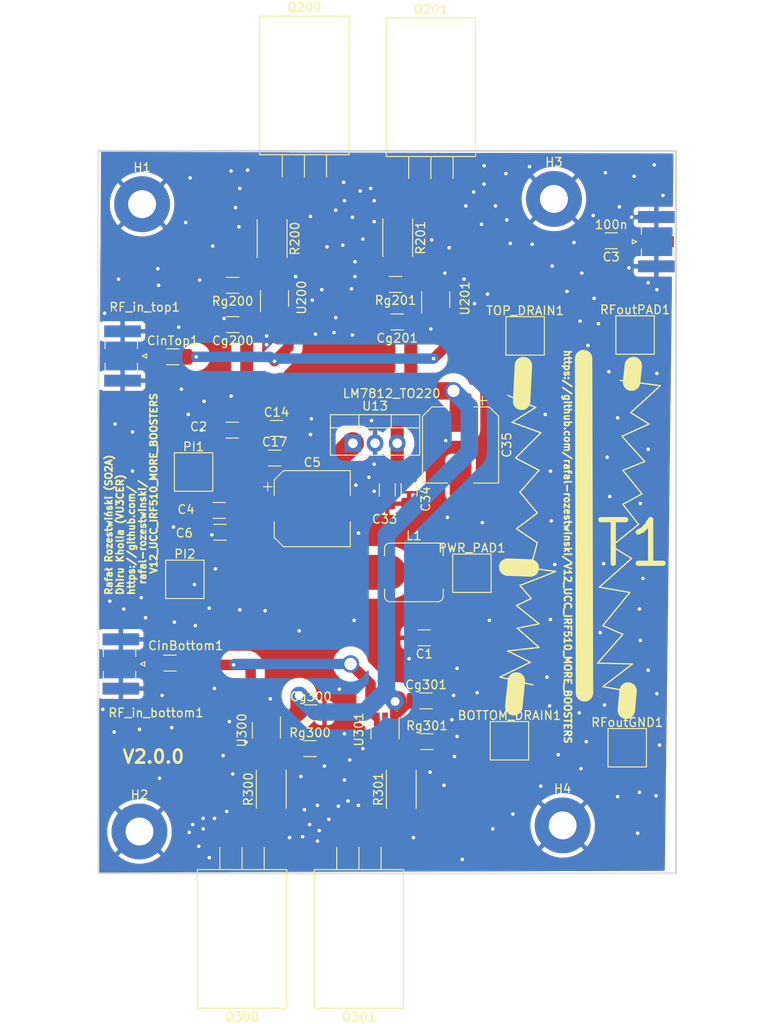
<source format=kicad_pcb>
(kicad_pcb (version 20221018) (generator pcbnew)
  (layers (0 "F.Cu" signal) (31 "B.Cu" signal) (35 "F.Paste" user) (37 "F.SilkS" user "F.Silkscreen") (38 "B.Mask" user) (39 "F.Mask" user) (44 "Edge.Cuts" user))
  (net 0 "")
  (net 1 "RF_IN_TOP")
  (net 2 "RF_IN_BOTTOM")
  (net 3 "24V")
  (net 4 "GND")
  (net 5 "12V")
  (net 6 "Net-(RF_in_bottom1-In)")
  (net 7 "TOP_DRAIN")
  (net 8 "Net-(Q200-G)")
  (net 9 "BOTTOM_DRAIN")
  (net 10 "Net-(Q201-G)")
  (net 11 "Net-(Q300-G)")
  (net 12 "Net-(Q301-G)")
  (net 13 "Net-(U200-OUT)")
  (net 14 "Net-(U201-OUT)")
  (net 15 "Net-(U300-OUT)")
  (net 16 "Net-(U301-OUT)")
  (net 17 "Net-(RF_in_top1-In)")
  (net 18 "Net-(BNC2-In)")
  (net 19 "Net-(RFoutPAD1-Pin_1)")
  (net 20 "Net-(PWR_PAD1-Pin_1)")
  (footprint "Package_TO_SOT_SMD:SOT-23-5_HandSoldering" (layer "F.Cu") (at 60.275 117.7 90)
    (fp_text reference "U200")
    (fp_text value "UCC27517DBVR" hide)
  )
  (footprint "Connector_Coaxial:SMA_Samtec_SMA-J-P-X-ST-EM1_EdgeMount" (layer "F.Cu") (at 42.8625 124.3 -90)
    (fp_text reference "RF_in_top1")
    (fp_text value "SMA")
  )
  (footprint "Package_TO_SOT_THT:SO2A_TO-220-3_Horizontal_TabDown" (layer "F.Cu") (at 72.49 179.47 180)
    (fp_text reference "Q301")
    (fp_text value "IRF510")
  )
  (footprint "Package_TO_SOT_THT:SO2A_TO-220-3_Horizontal_TabDown" (layer "F.Cu") (at 59.09 179.47 180)
    (fp_text reference "Q300")
    (fp_text value "IRF510")
  )
  (footprint "Capacitor_SMD:C_1206_3216Metric_Pad1.33x1.80mm_HandSolder" (layer "F.Cu") (at 77.64375 163.83)
    (fp_text reference "Cg301")
    (fp_text value "10u")
  )
  (footprint "TestPoint:TestPoint_Pad_4.0x4.0mm" (layer "F.Cu") (at 50 149.9)
    (fp_text reference "PI2")
    (fp_text value "GND")
  )
  (footprint "Package_TO_SOT_SMD:SOT-23-5_HandSoldering" (layer "F.Cu") (at 59.34375 167.2 -90)
    (fp_text reference "U300")
    (fp_text value "UCC27517DBVR" hide)
  )
  (footprint "MountingHole:MountingHole_3.2mm_M3_Pad" (layer "F.Cu") (at 92.3 106.3)
    (fp_text reference "H3")
    (fp_text value "MountingHole_Pad" hide)
  )
  (footprint "Connector_Coaxial:SMA_Samtec_SMA-J-P-X-ST-EM1_EdgeMount" (layer "F.Cu") (at 104.0375 111.2 90)
    (fp_text reference "BNC2" hide)
    (fp_text value "SMA")
  )
  (footprint "Capacitor_SMD:C_1206_3216Metric_Pad1.33x1.80mm_HandSolder" (layer "F.Cu") (at 77.4375 156.6 180)
    (fp_text reference "C1")
    (fp_text value "100n")
  )
  (footprint "Capacitor_SMD:C_1206_3216Metric_Pad1.33x1.80mm_HandSolder" (layer "F.Cu") (at 53.9375 142 180)
    (fp_text reference "C4")
    (fp_text value "1n")
  )
  (footprint "Capacitor_SMD:C_1206_3216Metric_Pad1.33x1.80mm_HandSolder" (layer "F.Cu") (at 60.3 136)
    (fp_text reference "C17")
    (fp_text value "1n")
  )
  (footprint "Capacitor_SMD:C_1206_3216Metric_Pad1.33x1.80mm_HandSolder" (layer "F.Cu") (at 55.4375 132.8 180)
    (fp_text reference "C2")
    (fp_text value "1n")
  )
  (footprint "Resistor_SMD:R_1206_3216Metric_Pad1.30x1.75mm_HandSolder" (layer "F.Cu") (at 74.15 116.1 180)
    (fp_text reference "Rg201")
    (fp_text value "1M")
  )
  (footprint "MountingHole:MountingHole_3.2mm_M3_Pad" (layer "F.Cu") (at 45.1 106.9)
    (fp_text reference "H1")
    (fp_text value "MountingHole_Pad" hide)
  )
  (footprint "Capacitor_SMD:C_1206_3216Metric_Pad1.33x1.80mm_HandSolder" (layer "F.Cu") (at 48.6 124.4)
    (fp_text reference "CinTop1")
    (fp_text value "10n")
  )
  (footprint "Capacitor_SMD:C_1206_3216Metric_Pad1.33x1.80mm_HandSolder" (layer "F.Cu") (at 54.0375 144.5 180)
    (fp_text reference "C6")
    (fp_text value "100n")
  )
  (footprint "Capacitor_SMD:C_1206_3216Metric_Pad1.33x1.80mm_HandSolder" (layer "F.Cu") (at 75.7 139.6625 -90)
    (fp_text reference "C34")
    (fp_text value "100n")
  )
  (footprint "TestPoint:TestPoint_Pad_4.0x4.0mm" (layer "F.Cu") (at 89 122)
    (fp_text reference "TOP_DRAIN1")
    (fp_text value "TOP_DRAIN" hide)
  )
  (footprint "Capacitor_SMD:C_1206_3216Metric_Pad1.33x1.80mm_HandSolder" (layer "F.Cu") (at 55.5 120.7 180)
    (fp_text reference "Cg200")
    (fp_text value "10u")
  )
  (footprint "TestPoint:TestPoint_Pad_4.0x4.0mm" (layer "F.Cu") (at 101.6 121.9)
    (fp_text reference "RFoutPAD1")
    (fp_text value "drain_vcc_top__DRAIN" hide)
  )
  (footprint "Capacitor_SMD:CP_Elec_8x10.5" (layer "F.Cu") (at 64.6 141.8)
    (fp_text reference "C5")
    (fp_text value "220u")
  )
  (footprint "Capacitor_SMD:C_1206_3216Metric_Pad1.33x1.80mm_HandSolder" (layer "F.Cu") (at 64.44375 165.2)
    (fp_text reference "Cg300")
    (fp_text value "10u")
  )
  (footprint "MountingHole:MountingHole_3.2mm_M3_Pad" (layer "F.Cu") (at 93.3 178.1)
    (fp_text reference "H4")
    (fp_text value "MountingHole_Pad")
  )
  (footprint "Package_TO_SOT_SMD:SOT-23-5_HandSoldering" (layer "F.Cu") (at 72.94375 167.3 -90)
    (fp_text reference "U301")
    (fp_text value "UCC27517DBVR" hide)
  )
  (footprint "Resistor_SMD:R_1206_3216Metric_Pad1.30x1.75mm_HandSolder" (layer "F.Cu") (at 77.74375 168.5)
    (fp_text reference "Rg301")
    (fp_text value "1M")
  )
  (footprint "Capacitor_SMD:C_1206_3216Metric_Pad1.33x1.80mm_HandSolder" (layer "F.Cu") (at 73.2 139.6625 -90)
    (fp_text reference "C33")
    (fp_text value "1n")
  )
  (footprint "TestPoint:TestPoint_Pad_4.0x4.0mm" (layer "F.Cu") (at 87.2 168.4)
    (fp_text reference "BOTTOM_DRAIN1")
    (fp_text value "BOTTOM_DRAIN")
  )
  (footprint "Resistor_SMD:R_2512_6332Metric_Pad1.40x3.35mm_HandSolder" (layer "F.Cu") (at 74.4 110.75 -90)
    (fp_text reference "R201")
    (fp_text value "0R")
  )
  (footprint "Capacitor_SMD:C_1206_3216Metric_Pad1.33x1.80mm_HandSolder" (layer "F.Cu") (at 74.3375 120.4 180)
    (fp_text reference "Cg201")
    (fp_text value "10u")
  )
  (footprint "Package_TO_SOT_THT:SO2A_TO-220-3_Horizontal_TabDown" (layer "F.Cu") (at 61.16 104.93)
    (fp_text reference "Q200")
    (fp_text value "IRF510")
  )
  (footprint "TestPoint:TestPoint_Pad_4.0x4.0mm" (layer "F.Cu") (at 100.7 169.2)
    (fp_text reference "RFoutGND1")
    (fp_text value "RFoutGND")
  )
  (footprint "Package_TO_SOT_THT:SO2A_TO-220-3_Horizontal_TabDown" (layer "F.Cu") (at 75.66 105.13)
    (fp_text reference "Q201")
    (fp_text value "IRF510")
  )
  (footprint "TestPoint:TestPoint_Pad_4.0x4.0mm" (layer "F.Cu") (at 82.9 149.2)
    (fp_text reference "PWR_PAD1")
    (fp_text value "PWR_PAD")
  )
  (footprint "Inductor_SMD:L_Sumida_CDMC6D28_7.25x6.5mm" (layer "F.Cu") (at 76.25 149.1)
    (fp_text reference "L1")
    (fp_text value "RF Choke")
  )
  (footprint "Resistor_SMD:R_1206_3216Metric_Pad1.30x1.75mm_HandSolder" (layer "F.Cu") (at 64.34375 169.3)
    (fp_text reference "Rg300")
    (fp_text value "1M")
  )
  (footprint "MountingHole:MountingHole_3.2mm_M3_Pad" (layer "F.Cu") (at 44.8 178.8)
    (fp_text reference "H2")
    (fp_text value "MountingHole_Pad" hide)
  )
  (footprint "Capacitor_SMD:CP_Elec_8x10.5" (layer "F.Cu") (at 81.6 134.5 -90)
    (fp_text reference "C35")
    (fp_text value "220u")
  )
  (footprint "Resistor_SMD:R_2512_6332Metric_Pad1.40x3.35mm_HandSolder" (layer "F.Cu") (at 74.8 173.95 90)
    (fp_text reference "R301")
    (fp_text value "0R")
  )
  (footprint "Resistor_SMD:R_2512_6332Metric_Pad1.40x3.35mm_HandSolder" (layer "F.Cu") (at 60 110.85 -90)
    (fp_text reference "R200")
    (fp_text value "0R")
  )
  (footprint "Resistor_SMD:R_2512_6332Metric_Pad1.40x3.35mm_HandSolder" (layer "F.Cu") (at 59.9 173.95 90)
    (fp_text reference "R300")
    (fp_text value "0R")
  )
  (footprint "Package_TO_SOT_SMD:SOT-23-5_HandSoldering" (layer "F.Cu") (at 78.75 117.85 90)
    (fp_text reference "U201")
    (fp_text value "UCC27517DBVR" hide)
  )
  (footprint "Capacitor_SMD:C_1206_3216Metric_Pad1.33x1.80mm_HandSolder" (layer "F.Cu") (at 60.5 132.6)
    (fp_text reference "C14")
    (fp_text value "100n")
  )
  (footprint "Connector_Coaxial:SMA_Samtec_SMA-J-P-X-ST-EM1_EdgeMount" (layer "F.Cu") (at 42.6625 159.6 -90)
    (fp_text reference "RF_in_bottom1")
    (fp_text value "SMA")
  )
  (footprint "Capacitor_SMD:C_1206_3216Metric_Pad1.33x1.80mm_HandSolder" (layer "F.Cu") (at 98.8625 111.1 180)
    (fp_text reference "C3")
    (fp_text value "100n")
  )
  (footprint "Package_TO_SOT_THT:TO-220-3_Vertical" (layer "F.Cu") (at 69.2575 134.3)
    (fp_text reference "U13")
    (fp_text value "LM7812_TO220")
  )
  (footprint "TestPoint:TestPoint_Pad_4.0x4.0mm" (layer "F.Cu") (at 51 137.6)
    (fp_text reference "PI1")
    (fp_text value "VDC")
  )
  (footprint "Resistor_SMD:R_1206_3216Metric_Pad1.30x1.75mm_HandSolder" (layer "F.Cu") (at 55.475 116.2 180)
    (fp_text reference "Rg200")
    (fp_text value "1M")
  )
  (footprint "Capacitor_SMD:C_1206_3216Metric_Pad1.33x1.80mm_HandSolder" (layer "F.Cu") (at 48.3 159.5)
    (fp_text reference "CinBottom1")
    (fp_text value "10n")
  )
  (gr_line (start 88.4 139.9) (end 90.4 142.3) (stroke (width 0.15)) (layer "F.SilkS"))
  (gr_line (start 86.1 161.1) (end 89.6 159.4) (stroke (width 0.15)) (layer "F.SilkS"))
  (gr_line (start 87.7 164.5) (end 88 161.55) (stroke (width 2)) (layer "F.SilkS"))
  (gr_line (start 88.8 125.4) (end 88.6 129.5) (stroke (width 2)) (layer "F.SilkS"))
  (gr_line (start 100.2 156.2) (end 97.3 159.5) (stroke (width 0.15)) (layer "F.SilkS"))
  (gr_line (start 88 152.9) (end 89.7 152.1) (stroke (width 0.15)) (layer "F.SilkS"))
  (gr_line (start 104.5 127.7) (end 101.1 130.8) (stroke (width 0.15)) (layer "F.SilkS"))
  (gr_line (start 97.9 155.2) (end 100.2 156.2) (stroke (width 0.15)) (layer "F.SilkS"))
  (gr_line (start 102.7 136.4) (end 100.2 137.4) (stroke (width 0.15)) (layer "F.SilkS"))
  (gr_line (start 90.6 155) (end 88 152.9) (stroke (width 0.15)) (layer "F.SilkS"))
  (gr_line (start 100.2 137.4) (end 102.4 140.1) (stroke (width 0.15)) (layer "F.SilkS"))
  (gr_line (start 97.5 150.8) (end 101 151.4) (stroke (width 0.15)) (layer "F.SilkS"))
  (gr_line (start 90.4 145.7) (end 89.6 148.6) (stroke (width 0.15)) (layer "F.SilkS"))
  (gr_line (start 103.2 132.1) (end 100.1 133.5) (stroke (width 0.15)) (layer "F.SilkS"))
  (gr_line (start 90.4 142.3) (end 88 144.1) (stroke (width 0.15)) (layer "F.SilkS"))
  (gr_line (start 88.1 155.5) (end 90.6 155) (stroke (width 0.15)) (layer "F.SilkS"))
  (gr_line (start 87 128.8) (end 90.2 130.2) (stroke (width 0.15)) (layer "F.SilkS"))
  (gr_line (start 98.9 146.1) (end 101.2 147.5) (stroke (width 0.15)) (layer "F.SilkS"))
  (gr_line (start 87 148.5) (end 89.6 148.6) (stroke (width 0.15)) (layer "F.SilkS"))
  (gr_line (start 89.9 162) (end 86.1 161.1) (stroke (width 0.15)) (layer "F.SilkS"))
  (gr_line (start 102.4 140.1) (end 100.2 141.3) (stroke (width 0.15)) (layer "F.SilkS"))
  (gr_line (start 100.8 162.7) (end 100.6 164.9) (stroke (width 2)) (layer "F.SilkS"))
  (gr_line (start 89.6 159.4) (end 87 158.1) (stroke (width 0.15)) (layer "F.SilkS"))
  (gr_line (start 89.7 152.1) (end 88.4 150.6) (stroke (width 0.15)) (layer "F.SilkS"))
  (gr_line (start 101 151.4) (end 97.9 155.2) (stroke (width 0.15)) (layer "F.SilkS"))
  (gr_line (start 88.4 150.6) (end 92.5 149) (stroke (width 0.15)) (layer "F.SilkS"))
  (gr_line (start 100.2 141.3) (end 102 143.6) (stroke (width 0.15)) (layer "F.SilkS"))
  (gr_line (start 101.4 125.4) (end 101.2 127.3) (stroke (width 2)) (layer "F.SilkS"))
  (gr_line (start 92.5 149) (end 89.6 148.6) (stroke (width 0.15)) (layer "F.SilkS"))
  (gr_line (start 90.6 137.4) (end 88.4 139.9) (stroke (width 0.15)) (layer "F.SilkS"))
  (gr_line (start 88 144.1) (end 90.4 145.7) (stroke (width 0.15)) (layer "F.SilkS"))
  (gr_line (start 101.2 147.5) (end 97.5 150.8) (stroke (width 0.15)) (layer "F.SilkS"))
  (gr_line (start 89.6 148.6) (end 87 148.5) (stroke (width 2)) (layer "F.SilkS"))
  (gr_line (start 101.1 130.8) (end 103.2 132.1) (stroke (width 0.15)) (layer "F.SilkS"))
  (gr_line (start 90.2 130.2) (end 87.5 131.9) (stroke (width 0.15)) (layer "F.SilkS"))
  (gr_line (start 102 143.6) (end 98.9 146.1) (stroke (width 0.15)) (layer "F.SilkS"))
  (gr_line (start 99.9 127.1) (end 104.5 127.7) (stroke (width 0.15)) (layer "F.SilkS"))
  (gr_line (start 87.9 136) (end 90.6 137.4) (stroke (width 0.15)) (layer "F.SilkS"))
  (gr_line (start 87.5 131.9) (end 90.8 133.1) (stroke (width 0.15)) (layer "F.SilkS"))
  (gr_line (start 90.6 157.7) (end 88.1 155.5) (stroke (width 0.15)) (layer "F.SilkS"))
  (gr_line (start 97.9 162.2) (end 100.8 162.7) (stroke (width 0.15)) (layer "F.SilkS"))
  (gr_line (start 87 158.1) (end 90.6 157.7) (stroke (width 0.15)) (layer "F.SilkS"))
  (gr_line (start 101.3 159.6) (end 97.9 162.2) (stroke (width 0.15)) (layer "F.SilkS"))
  (gr_line (start 97.3 159.5) (end 101.3 159.6) (stroke (width 0.15)) (layer "F.SilkS"))
  (gr_line (start 100.1 133.5) (end 102.7 136.4) (stroke (width 0.15)) (layer "F.SilkS"))
  (gr_line (start 95.8 162.9) (end 95.7 124.6) (stroke (width 2)) (layer "F.SilkS"))
  (gr_line (start 90.8 133.1) (end 87.9 136) (stroke (width 0.15)) (layer "F.SilkS"))
  (gr_rect (start 40.1 100.8) (end 106.3 183.6) (stroke (width 0.2)) (fill none) (layer "Edge.Cuts"))
  (gr_text "T1" (at 96.8 148.7) (layer "F.SilkS") (effects (font (size 5 5) (thickness 0.6) bold) (justify left bottom)))
  (gr_text "Rafał Rozestwiński (SO2A)\nDhiru Kholia (VU3CER)\nhttps://github.com/\n  rafal-rozestwinski/\n    V12_UCC_IRF510_MORE_BOOSTERS" (at 46.9 151.8 90) (layer "F.SilkS") (effects (font (size 0.8 0.8) (thickness 0.2) bold) (justify left bottom)))
  (gr_text "V2.0.0" (at 42.7 171.1) (layer "F.SilkS") (effects (font (size 1.5 1.5) (thickness 0.3) bold) (justify left bottom)))
  (gr_text "https://github.com/rafal-rozestwinski/V12_UCC_IRF510_MORE_BOOSTERS" (at 93.4 123.5 270) (layer "F.SilkS") (effects (font (size 0.8 0.8) (thickness 0.2) bold) (justify left bottom)))
  (segment (start 61.875 123.3) (end 61.875 119.7) (width 1.2) (layer "F.Cu") (net 1))
  (segment (start 78.5 124.6) (end 80.1 123) (width 1.2) (layer "F.Cu") (net 1))
  (segment (start 50.1625 124.4) (end 51.3 124.4) (width 1.2) (layer "F.Cu") (net 1))
  (segment (start 61.875 119.7) (end 61.225 119.05) (width 0.75) (layer "F.Cu") (net 1))
  (segment (start 80.1 123) (end 80.1 119.7) (width 1.2) (layer "F.Cu") (net 1))
  (segment (start 60.275 124.9) (end 61.875 123.3) (width 1.2) (layer "F.Cu") (net 1))
  (via (at 51.3 124.4) (size 0.8) (drill 0.4) (layers "F.Cu" "B.Cu") (net 1))
  (via (at 78.5 124.6) (size 0.8) (drill 0.4) (layers "F.Cu" "B.Cu") (net 1))
  (via (at 60.275 124.9) (size 0.8) (drill 0.4) (layers "F.Cu" "B.Cu") (net 1))
  (segment (start 59.975 124.6) (end 78.5 124.6) (width 1.2) (layer "B.Cu") (net 1))
  (segment (start 51.3 124.4) (end 59.775 124.4) (width 1.2) (layer "B.Cu") (net 1))
  (segment (start 50.0625 159.7) (end 49.8625 159.5) (width 1.2) (layer "F.Cu") (net 2))
  (segment (start 71.28125 161.8875) (end 71.28125 165.2375) (width 1.2) (layer "F.Cu") (net 2))
  (segment (start 71.28125 165.2375) (end 71.99375 165.95) (width 0.75) (layer "F.Cu") (net 2))
  (segment (start 57.54375 160.0375) (end 57.54375 165) (width 1.2) (layer "F.Cu") (net 2))
  (segment (start 57.20625 159.7) (end 57.54375 160.0375) (width 1.2) (layer "F.Cu") (net 2))
  (segment (start 57.54375 165) (end 58.39375 165.85) (width 0.75) (layer "F.Cu") (net 2))
  (segment (start 55.59375 159.7) (end 50.0625 159.7) (width 1.2) (layer "F.Cu") (net 2))
  (segment (start 68.99375 159.6) (end 71.28125 161.8875) (width 1.2) (layer "F.Cu") (net 2))
  (segment (start 55.59375 159.7) (end 57.20625 159.7) (width 1.2) (layer "F.Cu") (net 2))
  (via (at 68.99375 159.6) (size 2) (drill 1.4) (layers "F.Cu" "B.Cu") (net 2))
  (via (at 55.59375 159.7) (size 0.8) (drill 0.4) (layers "F.Cu" "B.Cu") (net 2))
  (segment (start 68.99375 159.6) (end 55.69375 159.6) (width 1.2) (layer "B.Cu") (net 2))
  (segment (start 58.3375 138.8) (end 57.1375 137.6) (width 4) (layer "F.Cu") (net 3))
  (segment (start 60.9 141.8) (end 58.3375 144.3625) (width 2.54) (layer "F.Cu") (net 3))
  (segment (start 51 137.6) (end 57.1375 137.6) (width 4) (layer "F.Cu") (net 3))
  (segment (start 61.7575 141.8) (end 69.2575 134.3) (width 2.54) (layer "F.Cu") (net 3))
  (segment (start 58.9375 139.8375) (end 60.9 141.8) (width 2.54) (layer "F.Cu") (net 3))
  (segment (start 73.4 149.1) (end 58.2 149.1) (width 4) (layer "F.Cu") (net 3))
  (segment (start 57 137.7375) (end 57.1375 137.6) (width 4) (layer "F.Cu") (net 3))
  (segment (start 58.3375 144.3625) (end 58.3375 138.8) (width 4) (layer "F.Cu") (net 3))
  (segment (start 57.2 132.6) (end 57 132.8) (width 2.54) (layer "F.Cu") (net 3))
  (segment (start 58.9375 132.6) (end 57.2 132.6) (width 2.54) (layer "F.Cu") (net 3))
  (segment (start 60.9 141.8) (end 61.7575 141.8) (width 2.54) (layer "F.Cu") (net 3))
  (segment (start 57.1375 137.6) (end 58.7375 136) (width 2.54) (layer "F.Cu") (net 3))
  (segment (start 57 147.9) (end 57 137.7375) (width 4) (layer "F.Cu") (net 3))
  (segment (start 58.9375 132.6) (end 58.9375 139.8375) (width 2.54) (layer "F.Cu") (net 3))
  (segment (start 58.2 149.1) (end 58.1 149) (width 4) (layer "F.Cu") (net 3))
  (segment (start 58.1 149) (end 57 147.9) (width 4) (layer "F.Cu") (net 3))
  (segment (start 78.75 120.65) (end 78.2 121.2) (width 0.25) (layer "F.Cu") (net 4))
  (segment (start 79.7 114.9) (end 79.8 114.8) (width 0.25) (layer "F.Cu") (net 4))
  (segment (start 59.8 163.6) (end 59.34375 164.05625) (width 0.25) (layer "F.Cu") (net 4))
  (segment (start 78.75 117.45) (end 79.7 116.5) (width 0.25) (layer "F.Cu") (net 4))
  (segment (start 60.275 121.1) (end 59.375 122) (width 0.25) (layer "F.Cu") (net 4))
  (segment (start 71.34375 169.3) (end 71.99375 168.65) (width 0.25) (layer "F.Cu") (net 4))
  (segment (start 59.34375 166.95) (end 58.39375 167.9) (width 0.25) (layer "F.Cu") (net 4))
  (segment (start 61.95 116.35) (end 61.225 116.35) (width 0.25) (layer "F.Cu") (net 4))
  (segment (start 60.275 119.05) (end 60.275 117.3) (width 0.25) (layer "F.Cu") (net 4))
  (segment (start 71.99375 168.65) (end 72.94375 167.7) (width 0.25) (layer "F.Cu") (net 4))
  (segment (start 58.39375 167.9) (end 58.39375 168.55) (width 0.25) (layer "F.Cu") (net 4))
  (segment (start 72.94375 167.7) (end 72.94375 165.95) (width 0.25) (layer "F.Cu") (net 4))
  (segment (start 78.75 119.2) (end 78.75 120.65) (width 0.25) (layer "F.Cu") (net 4))
  (segment (start 60.275 117.3) (end 61.225 116.35) (width 0.25) (layer "F.Cu") (net 4))
  (segment (start 59.34375 164.05625) (end 59.34375 165.85) (width 0.25) (layer "F.Cu") (net 4))
  (segment (start 62.7 115.6) (end 61.95 116.35) (width 0.25) (layer "F.Cu") (net 4))
  (segment (start 70.4 169.3) (end 71.34375 169.3) (width 0.25) (layer "F.Cu") (net 4))
  (segment (start 79.7 116.5) (end 79.7 114.9) (width 0.25) (layer "F.Cu") (net 4))
  (segment (start 60.275 119.05) (end 60.275 121.1) (width 0.25) (layer "F.Cu") (net 4))
  (segment (start 78.75 119.2) (end 78.75 117.45) (width 0.25) (layer "F.Cu") (net 4))
  (segment (start 62.7 115.2) (end 62.7 115.6) (width 0.25) (layer "F.Cu") (net 4))
  (segment (start 59.34375 165.85) (end 59.34375 166.95) (width 0.25) (layer "F.Cu") (net 4))
  (segment (start 57 168.55) (end 58.39375 168.55) (width 0.25) (layer "F.Cu") (net 4))
  (via (at 67.3 107.6) (size 0.8) (drill 0.4) (layers "F.Cu" "B.Cu") (net 4))
  (via (at 80.6 166) (size 0.8) (drill 0.4) (layers "F.Cu" "B.Cu") (net 4))
  (via (at 84.9 154.6) (size 0.8) (drill 0.4) (layers "F.Cu" "B.Cu") (net 4))
  (via (at 84 109.2) (size 0.8) (drill 0.4) (layers "F.Cu" "B.Cu") (net 4))
  (via (at 91.8 164.4) (size 0.8) (drill 0.4) (layers "F.Cu" "B.Cu") (net 4))
  (via (at 71.3 105.1) (size 0.8) (drill 0.4) (layers "F.Cu" "B.Cu") (net 4))
  (via (at 98.4 135.9) (size 0.8) (drill 0.4) (layers "F.Cu" "B.Cu") (net 4))
  (via (at 103.1 115.9) (size 0.8) (drill 0.4) (layers "F.Cu" "B.Cu") (net 4))
  (via (at 103.8 102.4) (size 0.8) (drill 0.4) (layers "F.Cu" "B.Cu") (net 4))
  (via (at 85.3 178.5) (size 0.8) (drill 0.4) (layers "F.Cu" "B.Cu") (net 4))
  (via (at 78.1 172) (size 0.8) (drill 0.4) (layers "F.Cu" "B.Cu") (net 4))
  (via (at 102.5 149.8) (size 0.8) (drill 0.4) (layers "F.Cu" "B.Cu") (net 4))
  (via (at 75.7 159) (size 0.8) (drill 0.4) (layers "F.Cu" "B.Cu") (net 4))
  (via (at 59.2 153.5) (size 0.8) (drill 0.4) (layers "F.Cu" "B.Cu") (net 4))
  (via (at 69.1 116.6) (size 0.8) (drill 0.4) (layers "F.Cu" "B.Cu") (net 4))
  (via (at 40.6 164.8) (size 0.8) (drill 0.4) (layers "F.Cu" "B.Cu") (net 4))
  (via (at 79.9 134) (size 0.8) (drill 0.4) (layers "F.Cu" "B.Cu") (net 4))
  (via (at 59.375 122) (size 0.8) (drill 0.4) (layers "F.Cu" "B.Cu") (net 4))
  (via (at 84.3 102.5) (size 0.8) (drill 0.4) (layers "F.Cu" "B.Cu") (net 4))
  (via (at 47.4 163.2) (size 0.8) (drill 0.4) (layers "F.Cu" "B.Cu") (net 4))
  (via (at 104.1 116.7) (size 0.8) (drill 0.4) (layers "F.Cu" "B.Cu") (net 4))
  (via (at 65.4 178.7) (size 0.8) (drill 0.4) (layers "F.Cu" "B.Cu") (net 4))
  (via (at 55.8 107.3) (size 0.8) (drill 0.4) (layers "F.Cu" "B.Cu") (net 4))
  (via (at 71.7 139.8) (size 0.8) (drill 0.4) (layers "F.Cu" "B.Cu") (net 4))
  (via (at 101.9 179) (size 0.8) (drill 0.4) (layers "F.Cu" "B.Cu") (net 4))
  (via (at 98 148.1) (size 0.8) (drill 0.4) (layers "F.Cu" "B.Cu") (net 4))
  (via (at 68.1 111.6) (size 0.8) (drill 0.4) (layers "F.Cu" "B.Cu") (net 4))
  (via (at 103.1 160.3) (size 0.8) (drill 0.4) (layers "F.Cu" "B.Cu") (net 4))
  (via (at 91.9 137.5) (size 0.8) (drill 0.4) (layers "F.Cu" "B.Cu") (net 4))
  (via (at 65.19375 175.8) (size 0.8) (drill 0.4) (layers "F.Cu" "B.Cu") (net 4))
  (via (at 50.5 178.9) (size 0.8) (drill 0.4) (layers "F.Cu" "B.Cu") (net 4))
  (via (at 54.39375 170.1) (size 0.8) (drill 0.4) (layers "F.Cu" "B.Cu") (net 4))
  (via (at 70.4 110.9) (size 0.8) (drill 0.4) (layers "F.Cu" "B.Cu") (net 4))
  (via (at 62 179.5) (size 0.8) (drill 0.4) (layers "F.Cu" "B.Cu") (net 4))
  (via (at 50.6 103.9) (size 0.8) (drill 0.4) (layers "F.Cu" "B.Cu") (net 4))
  (via (at 53.39375 162.4) (size 0.8) (drill 0.4) (layers "F.Cu" "B.Cu") (net 4))
  (via (at 87.3 111.4) (size 0.8) (drill 0.4) (layers "F.Cu" "B.Cu") (net 4))
  (via (at 80.89375 170.2) (size 0.8) (drill 0.4) (layers "F.Cu" "B.Cu") (net 4))
  (via (at 84.1 143.4) (size 0.8) (drill 0.4) (layers "F.Cu" "B.Cu") (net 4))
  (via (at 68.29375 172.9) (size 0.8) (drill 0.4) (layers "F.Cu" "B.Cu") (net 4))
  (via (at 66.5 177.4) (size 0.8) (drill 0.4) (layers "F.Cu" "B.Cu") (net 4))
  (via (at 99.6 131.4) (size 0.8) (drill 0.4) (layers "F.Cu" "B.Cu") (net 4))
  (via (at 54.8 176.5) (size 0.8) (drill 0.4) (layers "F.Cu" "B.Cu") (net 4))
  (via (at 49.6 128.1) (size 0.8) (drill 0.4) (layers "F.Cu" "B.Cu") (net 4))
  (via (at 86.9 108.7) (size 0.8) (drill 0.4) (layers "F.Cu" "B.Cu") (net 4))
  (via (at 98.2 103.3) (size 0.8) (drill 0.4) (layers "F.Cu" "B.Cu") (net 4))
  (via (at 56.3 153.4) (size 0.8) (drill 0.4) (layers "F.Cu" "B.Cu") (net 4))
  (via (at 69.4 154.6) (size 0.8) (drill 0.4) (layers "F.Cu" "B.Cu") (net 4))
  (via (at 52.1 178.5) (size 0.8) (drill 0.4) (layers "F.Cu" "B.Cu") (net 4))
  (via (at 44 137.5) (size 0.8) (drill 0.4) (layers "F.Cu" "B.Cu") (net 4))
  (via (at 52.09375 177.3) (size 0.8) (drill 0.4) (layers "F.Cu" "B.Cu") (net 4))
  (via (at 69.5 113.5) (size 0.8) (drill 0.4) (layers "F.Cu" "B.Cu") (net 4))
  (via (at 55.1 166.2) (size 0.8) (drill 0.4) (layers "F.Cu" "B.Cu") (net 4))
  (via (at 55.3 103.1) (size 0.8) (drill 0.4) (layers "F.Cu" "B.Cu") (net 4))
  (via (at 92.8 170) (size 0.8) (drill 0.4) (layers "F.Cu" "B.Cu") (net 4))
  (via (at 102.2 156.9) (size 0.8) (drill 0.4) (layers "F.Cu" "B.Cu") (net 4))
  (via (at 78.3 111) (size 0.8) (drill 0.4) (layers "F.Cu" "B.Cu") (net 4))
  (via (at 53.1 144.8) (size 0.8) (drill 0.4) (layers "F.Cu" "B.Cu") (net 4))
  (via (at 69.9 144.6) (size 0.8) (drill 0.4) (layers "F.Cu" "B.Cu") (net 4))
  (via (at 95.4 171.6) (size 0.8) (drill 0.4) (layers "F.Cu" "B.Cu") (net 4))
  (via (at 55.3 128.9) (size 0.8) (drill 0.4) (layers "F.Cu" "B.Cu") (net 4))
  (via (at 63.1 155.8) (size 0.8) (drill 0.4) (layers "F.Cu" "B.Cu") (net 4))
  (via (at 45.5 154.3) (size 0.8) (drill 0.4) (layers "F.Cu" "B.Cu") (net 4))
  (via (at 96.8 108.2) (size 0.8) (drill 0.4) (layers "F.Cu" "B.Cu") (net 4))
  (via (at 50.4 131) (size 0.8) (drill 0.4) (layers "F.Cu" "B.Cu") (net 4))
  (via (at 52.8 153.2) (size 0.8) (drill 0.4) (layers "F.Cu" "B.Cu") (net 4))
  (via (at 70.4 169.3) (size 0.8) (drill 0.4) (layers "F.Cu" "B.Cu") (net 4))
  (via (at 102.1 174.3) (size 0.8) (drill 0.4) (layers "F.Cu" "B.Cu") (net 4))
  (via (at 104.8 105.9) (size 0.8) (drill 0.4) (layers "F.Cu" "B.Cu") (net 4))
  (via (at 56.2 109.5) (size 0.8) (drill 0.4) (layers "F.Cu" "B.Cu") (net 4))
  (via (at 65.7 116.7) (size 0.8) (drill 0.4) (layers "F.Cu" "B.Cu") (net 4))
  (via (at 69.5 115.2) (size 0.8) (drill 0.4) (layers "F.Cu" "B.Cu") (net 4))
  (via (at 89.8 111.5) (size 0.8) (drill 0.4) (layers "F.Cu" "B.Cu") (net 4))
  (via (at 50.9 178) (size 0.8) (drill 0.4) (layers "F.Cu" "B.Cu") (net 4))
  (via (at 103.1 135) (size 0.8) (drill 0.4) (layers "F.Cu" "B.Cu") (net 4))
  (via (at 69.2 108.4) (size 0.8) (drill 0.4) (layers "F.Cu" "B.Cu") (net 4))
  (via (at 95.2 165.2) (size 0.8) (drill 0.4) (layers "F.Cu" "B.Cu") (net 4))
  (via (at 64.4 133.3) (size 0.8) (drill 0.4) (layers "F.Cu" "B.Cu") (net 4))
  (via (at 96.9 117.7) (size 0.8) (drill 0.4) (layers "F.Cu" "B.Cu") (net 4))
  (via (at 51.7 115.6) (size 0.8) (drill 0.4) (layers "F.Cu" "B.Cu") (net 4))
  (via (at 101.2 108.4) (size 0.8) (drill 0.4) (layers "F.Cu" "B.Cu") (net 4))
  (via (at 102.2 141.2) (size 0.8) (drill 0.4) (layers "F.Cu" "B.Cu") (net 4))
  (via (at 69.6 139.1) (size 0.8) (drill 0.4) (layers "F.Cu" "B.Cu") (net 4))
  (via (at 83.2 118.3) (size 0.8) (drill 0.4) (layers "F.Cu" "B.Cu") (net 4))
  (via (at 69.9 175.8) (size 0.8) (drill 0.4) (layers "F.Cu" "B.Cu") (net 4))
  (via (at 67.1 121.6) (size 0.8) (drill 0.4) (layers "F.Cu" "B.Cu") (net 4))
  (via (at 84.7 117.2) (size 0.8) (drill 0.4) (layers "F.Cu" "B.Cu") (net 4))
  (via (at 71.7 136.7) (size 0.8) (drill 0.4) (layers "F.Cu" "B.Cu") (net 4))
  (via (at 87.6 176.8) (size 0.8) (drill 0.4) (layers "F.Cu" "B.Cu") (net 4))
  (via (at 71.7 106.5) (size 0.8) (drill 0.4) (layers "F.Cu" "B.Cu") (net 4))
  (via (at 41.9 167.4) (size 0.8) (drill 0.4) (layers "F.Cu" "B.Cu") (net 4))
  (via (at 91.5 161.1) (size 0.8) (drill 0.4) (layers "F.Cu" "B.Cu") (net 4))
  (via (at 54.5 120) (size 0.8) (drill 0.4) (layers "F.Cu" "B.Cu") (net 4))
  (via (at 99.6 174.8) (size 0.8) (drill 0.4) (layers "F.Cu" "B.Cu") (net 4))
  (via (at 62.7 115.2) (size 0.8) (drill 0.4) (layers "F.Cu" "B.Cu") (net 4))
  (via (at 100.9 114.2) (size 0.8) (drill 0.4) (layers "F.Cu" "B.Cu") (net 4))
  (via (at 90.8 173.6) (size 0.8) (drill 0.4) (layers "F.Cu" "B.Cu") (net 4))
  (via (at 94.6 111.3) (size 0.8) (drill 0.4) (layers "F.Cu" "B.Cu") (net 4))
  (via (at 40.8 119.4) (size 0.8) (drill 0.4) (layers "F.Cu" "B.Cu") (net 4))
  (via (at 41.4 152.4) (size 0.8) (drill 0.4) (layers "F.Cu" "B.Cu") (net 4))
  (via (at 63.7 176.3) (size 0.8) (drill 0.4) (layers "F.Cu" "B.Cu") (net 4))
  (via (at 95.5 114.8) (size 0.8) (drill 0.4) (layers "F.Cu" "B.Cu") (net 4))
  (via (at 98.1 164.3) (size 0.8) (drill 0.4) (layers "F.Cu" "B.Cu") (net 4))
  (via (at 83.1 105.5) (size 0.8) (drill 0.4) (layers "F.Cu" "B.Cu") (net 4))
  (via (at 48.7 143.9) (size 0.8) (drill 0.4) (layers "F.Cu" "B.Cu") (net 4))
  (via (at 51.9 132.8) (size 0.8) (drill 0.4) (layers "F.Cu" "B.Cu") (net 4))
  (via (at 48.5 166.9) (size 0.8) (drill 0.4) (layers "F.Cu" "B.Cu") (net 4))
  (via (at 55.49375 172.2) (size 0.8) (drill 0.4) (layers "F.Cu" "B.Cu") (net 4))
  (via (at 42 132.1) (size 0.8) (drill 0.4) (layers "F.Cu" "B.Cu") (net 4))
  (via (at 44 133) (size 0.8) (drill 0.4) (layers "F.Cu" "B.Cu") (net 4))
  (via (at 42.4 115.5) (size 0.8) (drill 0.4) (layers "F.Cu" "B.Cu") (net 4))
  (via (at 92.1 114) (size 0.8) (drill 0.4) (layers "F.Cu" "B.Cu") (net 4))
  (via (at 67.3 119.9) (size 0.8) (drill 0.4) (layers "F.Cu" "B.Cu") (net 4))
  (via (at 89.5 102.6) (size 0.8) (drill 0.4) (layers "F.Cu" "B.Cu") (net 4))
  (via (at 91.3 131) (size 0.8) (drill 0.4) (layers "F.Cu" "B.Cu") (net 4))
  (via (at 98.6 126.1) (size 0.8) (drill 0.4) (layers "F.Cu" "B.Cu") (net 4))
  (via (at 64.6 117.9) (size 0.8) (drill 0.4) (layers "F.Cu" "B.Cu") (net 4))
  (via (at 63.5 179.4) (size 0.8) (drill 0.4) (layers "F.Cu" "B.Cu") (net 4))
  (via (at 104.4 168.9) (size 0.8) (drill 0.4) (layers "F.Cu" "B.Cu") (net 4))
  (via (at 68.3 106.5) (size 0.8) (drill 0.4) (layers "F.Cu" "B.Cu") (net 4))
  (via (at 78.2 121.2) (size 0.8) (drill 0.4) (layers "F.Cu" "B.Cu") (net 4))
  (via (at 96 168.5) (size 0.8) (drill 0.4) (layers "F.Cu" "B.Cu") (net 4))
  (via (at 43 153.3) (size 0.8) (drill 0.4) (layers "F.Cu" "B.Cu") (net 4))
  (via (at 64.3 178) (size 0.8) (drill 0.4) (layers "F.Cu" "B.Cu") (net 4))
  (via (at 82 115.5) (size 0.8) (drill 0.4) (layers "F.Cu" "B.Cu") (net 4))
  (via (at 81.2 160.1) (size 0.8) (drill 0.4) (layers "F.Cu" "B.Cu") (net 4))
  (via (at 47 116.2) (size 0.8) (drill 0.4) (layers "F.Cu" "B.Cu") (net 4))
  (via (at 97.4 120.6) (size 0.8) (drill 0.4) (layers "F.Cu" "B.Cu") (net 4))
  (via (at 53.5 148.7) (size 0.8) (drill 0.4) (layers "F.Cu" "B.Cu") (net 4))
  (via (at 92.4 148.2) (size 0.8) (drill 0.4) (layers "F.Cu" "B.Cu") (net 4))
  (via (at 76.2 179.5) (size 0.8) (drill 0.4) (layers "F.Cu" "B.Cu") (net 4))
  (via (at 104 174.7) (size 0.8) (drill 0.4) (layers "F.Cu" "B.Cu") (net 4))
  (via (at 68.69375 175.3) (size 0.8) (drill 0.4) (layers "F.Cu" "B.Cu") (net 4))
  (via (at 83.5 162.9) (size 0.8) (drill 0.4) (layers "F.Cu" "B.Cu") (net 4))
  (via (at 57 168.55) (size 0.8) (drill 0.4) (layers "F.Cu" "B.Cu") (net 4))
  (via (at 82.2 107.1) (size 0.8) (drill 0.4) (layers "F.Cu" "B.Cu") (net 4))
  (via (at 64.5 131.5) (size 0.8) (drill 0.4) (layers "F.Cu" "B.Cu") (net 4))
  (via (at 49.3 121) (size 0.8) (drill 0.4) (layers "F.Cu" "B.Cu") (net 4))
  (via (at 52.2 129.5) (size 0.8) (drill 0.4) (layers "F.Cu" "B.Cu") (net 4))
  (via (at 69.2 121.9) (size 0.8) (drill 0.4) (layers "F.Cu" "B.Cu") (net 4))
  (via (at 81.2 167.9) (size 0.8) (drill 0.4) (layers "F.Cu" "B.Cu") (net 4))
  (via (at 97.6 156) (size 0.8) (drill 0.4) (layers "F.Cu" "B.Cu") (net 4))
  (via (at 52.8 181.8) (size 0.8) (drill 0.4) (layers "F.Cu" "B.Cu") (net 4))
  (via (at 104.1 163) (size 0.8) (drill 0.4) (layers "F.Cu" "B.Cu") (net 4))
  (via (at 68.89375 170.6) (size 0.8) (drill 0.4) (layers "F.Cu" "B.Cu") (net 4))
  (via (at 98.7 140.4) (size 0.8) (drill 0.4) (layers "F.Cu" "B.Cu") (net 4))
  (via (at 86.8 103.4) (size 0.8) (drill 0.4) (layers "F.Cu" "B.Cu") (net 4))
  (via (at 79.69375 173.5) (size 0.8) (drill 0.4) (layers "F.Cu" "B.Cu") (net 4))
  (via (at 101.5 103.7) (size 0.8) (drill 0.4) (layers "F.Cu" "B.Cu") (net 4))
  (via (at 51.6 180.5) (size 0.8) (drill 0.4) (layers "F.Cu" "B.Cu") (net 4))
  (via (at 66.3 111.8) (size 0.8) (drill 0.4) (layers "F.Cu" "B.Cu") (net 4))
  (via (at 53.4 177.3) (size 0.8) (drill 0.4) (layers "F.Cu" "B.Cu") (net 4))
  (via (at 47.1 172.7) (size 0.8) (drill 0.4) (layers "F.Cu" "B.Cu") (net 4))
  (via (at 80.8 163.2) (size 0.8) (drill 0.4) (layers "F.Cu" "B.Cu") (net 4))
  (via (at 51.1 150.5) (size 0.8) (drill 0.4) (layers "F.Cu" "B.Cu") (net 4))
  (via (at 64.975 121.8) (size 0.8) (drill 0.4) (layers "F.Cu" "B.Cu") (net 4))
  (via (at 80.3 111.9) (size 0.8) (drill 0.4) (layers "F.Cu" "B.Cu") (net 4))
  (via (at 48.8 154.8) (size 0.8) (drill 0.4) (layers "F.Cu" "B.Cu") (net 4))
  (via (at 71.4 131.7) (size 0.8) (drill 0.4) (layers "F.Cu" "B.Cu") (net 4))
  (via (at 85.6 107.1) (size 0.8) (drill 0.4) (layers "F.Cu" "B.Cu") (net 4))
  (via (at 67.6 175.9) (size 0.8) (drill 0.4) (layers "F.Cu" "B.Cu") (net 4))
  (via (at 44.8 167.1) (size 0.8) (drill 0.4) (layers "F.Cu" "B.Cu") (net 4))
  (via (at 65.2 179.9) (size 0.8) (drill 0.4) (layers "F.Cu" "B.Cu") (net 4))
  (via (at 102.1 153.3) (size 0.8) (drill 0.4) (layers "F.Cu" "B.Cu") (net 4))
  (via (at 91.9 154.5) (size 0.8) (drill 0.4) (layers "F.Cu" "B.Cu") (net 4))
  (via (at 93.8 116.9) (size 0.8) (drill 0.4) (layers "F.Cu" "B.Cu") (net 4))
  (via (at 79.8 114.8) (size 0.8) (drill 0.4) (layers "F.Cu" "B.Cu") (net 4))
  (via (at 63.3 172.5) (size 0.8) (drill 0.4) (layers "F.Cu" "B.Cu") (net 4))
  (via (at 104.1 126.3) (size 0.8) (drill 0.4) (layers "F.Cu" "B.Cu") (net 4))
  (via (at 53.2 111.7) (size 0.8) (drill 0.4) (layers "F.Cu" "B.Cu") (net 4))
  (via (at 46.9 114.3) (size 0.8) (drill 0.4) (layers "F.Cu" "B.Cu") (net 4))
  (via (at 57.2 103) (size 0.8) (drill 0.4) (layers "F.Cu" "B.Cu") (net 4))
  (via (at 45 152) (size 0.8) (drill 0.4) (layers "F.Cu" "B.Cu") (net 4))
  (via (at 68.2 104.4) (size 0.8) (drill 0.4) (layers "F.Cu" "B.Cu") (net 4))
  (via (at 92 143.2) (size 0.8) (drill 0.4) (layers "F.Cu" "B.Cu") (net 4))
  (via (at 59.375 123) (size 0.8) (drill 0.4) (layers "F.Cu" "B.Cu") (net 4))
  (via (at 84.3 104.6) (size 0.8) (drill 0.4) (layers "F.Cu" "B.Cu") (net 4))
  (via (at 70.1 105.4) (size 0.8) (drill 0.4) (layers "F.Cu" "B.Cu") (net 4))
  (via (at 67.7 162.5) (size 0.8) (drill 0.4) (layers "F.Cu" "B.Cu") (net 4))
  (via (at 59.8 163.6) (size 0.8) (drill 0.4) (layers "F.Cu" "B.Cu") (net 4))
  (via (at 66 171.3) (size 0.8) (drill 0.4) (layers "F.Cu" "B.Cu") (net 4))
  (via (at 96.2 123.1) (size 0.8) (drill 0.4) (layers "F.Cu" "B.Cu") (net 4))
  (via (at 51.2 155.2) (size 0.8) (drill 0.4) (layers "F.Cu" "B.Cu") (net 4))
  (via (at 64.4 108.3) (size 0.8) (drill 0.4) (layers "F.Cu" "B.Cu") (net 4))
  (via (at 95.3 120.3) (size 0.8) (drill 0.4) (layers "F.Cu" "B.Cu") (net 4))
  (via (at 81.8 182) (size 0.8) (drill 0.4) (layers "F.Cu" "B.Cu") (net 4))
  (via (at 71.1 138.2) (size 0.8) (drill 0.4) (layers "F.Cu" "B.Cu") (net 4))
  (via (at 80.1 142.8) (size 0.8) (drill 0.4) (layers "F.Cu" "B.Cu") (net 4))
  (via (at 50.1 109) (size 0.8) (drill 0.4) (layers "F.Cu" "B.Cu") (net 4))
  (via (at 68.3 167.6) (size 0.8) (drill 0.4) (layers "F.Cu" "B.Cu") (net 4))
  (via (at 71.7 108.9) (size 0.8) (drill 0.4) (layers "F.Cu" "B.Cu") (net 4))
  (via (at 99.8 107.2) (size 0.8) (drill 0.4) (layers "F.Cu" "B.Cu") (net 4))
  (via (at 56.3 105.1) (size 0.8) (drill 0.4) (layers "F.Cu" "B.Cu") (net 4))
  (segment (start 74.3375 134.3) (end 74.3375 137.9375) (width 1.5) (layer "F.Cu") (net 5))
  (segment (start 75.9 126.8) (end 75.9 120.4) (width 1.5) (layer "F.Cu") (net 5))
  (segment (start 74.3375 131.8) (end 74.4 131.7375) (width 1.5) (layer "F.Cu") (net 5))
  (segment (start 73.96125 165.95) (end 76.08125 163.83) (width 0.75) (layer "F.Cu") (net 5))
  (segment (start 59.325 119.05) (end 57.25 119.05) (width 0.75) (layer "F.Cu") (net 5))
  (segment (start 74.1 163.9) (end 74.2 163.9) (width 2) (layer "F.Cu") (net 5))
  (segment (start 74.4 128.3) (end 75.9 126.8) (width 1.5) (layer "F.Cu") (net 5))
  (segment (start 63.1 164.98125) (end 63.1 163.2) (width 2) (layer "F.Cu") (net 5))
  (segment (start 74.1 164) (end 74.1 163.9) (width 2) (layer "F.Cu") (net 5))
  (segment (start 63.19375 164.8875) (end 62.88125 165.2) (width 2) (layer "F.Cu") (net 5))
  (segment (start 62.88125 165.2) (end 63.1 164.98125) (width 0.75) (layer "F.Cu") (net 5))
  (segment (start 58.4 128.3) (end 57.1 127) (width 1.5) (layer "F.Cu") (net 5))
  (segment (start 57.1 127) (end 57.1 119.2) (width 1.5) (layer "F.Cu") (net 5))
  (segment (start 57.25 119.05) (end 57.1 119.2) (width 0.75) (layer "F.Cu") (net 5))
  (segment (start 80.79325 128.3) (end 80.5 128.3) (width 2) (layer "F.Cu") (net 5))
  (segment (start 74.4 131.7375) (end 74.4 128.3) (width 1.5) (layer "F.Cu") (net 5))
  (segment (start 74.4 128.3) (end 58.4 128.3) (width 2) (layer "F.Cu") (net 5))
  (segment (start 73.89375 165.95) (end 73.89375 164.20625) (width 0.75) (layer "F.Cu") (net 5))
  (segment (start 62.23125 165.85) (end 62.88125 165.2) (width 0.75) (layer "F.Cu") (net 5))
  (segment (start 77.1 119.2) (end 75.9 120.4) (width 0.75) (layer "F.Cu") (net 5))
  (segment (start 73.89375 165.95) (end 73.96125 165.95) (width 0.75) (layer "F.Cu") (net 5))
  (segment (start 74.2 163.9) (end 74.4 163.7) (width 2) (layer "F.Cu") (net 5))
  (segment (start 74.3375 134.3) (end 74.3375 131.8) (width 1.5) (layer "F.Cu") (net 5))
  (segment (start 74.4 128.3) (end 80.1 128.3) (width 2) (layer "F.Cu") (net 5))
  (segment (start 77.8 119.2) (end 77.1 119.2) (width 0.75) (layer "F.Cu") (net 5))
  (segment (start 60.29375 165.85) (end 62.23125 165.85) (width 0.75) (layer "F.Cu") (net 5))
  (via (at 80.79325 128.3) (size 2) (drill 1.4) (layers "F.Cu" "B.Cu") (net 5))
  (via (at 63.1 163.2) (size 1.2) (drill 1) (layers "F.Cu" "B.Cu") (net 5))
  (via (at 74.1 163.9) (size 1.2) (drill 1) (layers "F.Cu" "B.Cu") (net 5))
  (segment (start 74.1 163.9) (end 73.1 162.9) (width 2) (layer "B.Cu") (net 5))
  (segment (start 73.1 162.9) (end 73.1 144.8) (width 2) (layer "B.Cu") (net 5))
  (segment (start 82.6 135.3) (end 82.6 130.10675) (width 2) (layer "B.Cu") (net 5))
  (segment (start 82.6 130.10675) (end 80.79325 128.3) (width 2) (layer "B.Cu") (net 5))
  (segment (start 72.79498 162.9) (end 70.59498 165.1) (width 2) (layer "B.Cu") (net 5))
  (segment (start 73.1 144.8) (end 82.6 135.3) (width 2) (layer "B.Cu") (net 5))
  (segment (start 70.59498 165.1) (end 65 165.1) (width 2) (layer "B.Cu") (net 5))
  (segment (start 73.1 162.9) (end 72.79498 162.9) (width 2) (layer "B.Cu") (net 5))
  (segment (start 65 165.1) (end 63.1 163.2) (width 2) (layer "B.Cu") (net 5))
  (segment (start 46.7375 159.5) (end 46.6375 159.6) (width 0.25) (layer "F.Cu") (net 6))
  (segment (start 46.6375 159.6) (end 42.4625 159.6) (width 1.2) (layer "F.Cu") (net 6))
  (segment (start 89 122) (end 89 117.4) (width 2) (layer "F.Cu") (net 7))
  (segment (start 78.2 106.6) (end 78.2 105.13) (width 2) (layer "F.Cu") (net 7))
  (segment (start 78.2 102.1) (end 78.1 102) (width 1.5) (layer "F.Cu") (net 7))
  (segment (start 78.2 105.13) (end 78.2 102.1) (width 1.5) (layer "F.Cu") (net 7))
  (segment (start 89 117.4) (end 78.2 106.6) (width 2) (layer "F.Cu") (net 7))
  (segment (start 63.7 104.93) (end 63.7 102) (width 1.5) (layer "F.Cu") (net 7))
  (segment (start 63.7 102) (end 78.1 102) (width 1.5) (layer "F.Cu") (net 7))
  (segment (start 60 106.09) (end 61.16 104.93) (width 1.5) (layer "F.Cu") (net 8))
  (segment (start 60 106.09) (end 60 107.8) (width 1.5) (layer "F.Cu") (net 8))
  (segment (start 69.6 182.2) (end 56.3 182.2) (width 1.5) (layer "F.Cu") (net 9))
  (segment (start 56.55 181.95) (end 56.55 179.47) (width 1.5) (layer "F.Cu") (net 9))
  (segment (start 56.3 182.2) (end 56.55 181.95) (width 1.5) (layer "F.Cu") (net 9))
  (segment (start 87.2 168.4) (end 87.2 172.1) (width 1.5) (layer "F.Cu") (net 9))
  (segment (start 69.95 179.47) (end 69.95 181.85) (width 1.5) (layer "F.Cu") (net 9))
  (segment (start 77.1 182.2) (end 69.6 182.2) (width 1.5) (layer "F.Cu") (net 9))
  (segment (start 87.2 172.1) (end 77.1 182.2) (width 1.5) (layer "F.Cu") (net 9))
  (segment (start 69.95 181.85) (end 69.6 182.2) (width 1.5) (layer "F.Cu") (net 9))
  (segment (start 75.66 106.44) (end 74.4 107.7) (width 1.5) (layer "F.Cu") (net 10))
  (segment (start 75.66 105.13) (end 75.66 106.44) (width 1.5) (layer "F.Cu") (net 10))
  (segment (start 59.09 177.81) (end 59.9 177) (width 0.25) (layer "F.Cu") (net 11))
  (segment (start 59.09 179.47) (end 59.09 177.81) (width 1.5) (layer "F.Cu") (net 11))
  (segment (start 72.49 178.61) (end 74.1 177) (width 1.5) (layer "F.Cu") (net 12))
  (segment (start 72.49 179.47) (end 72.49 178.61) (width 0.25) (layer "F.Cu") (net 12))
  (segment (start 59.325 116.35) (end 59.325 114.575) (width 0.75) (layer "F.Cu") (net 13))
  (segment (start 59.325 116.35) (end 57.175 116.35) (width 0.75) (layer "F.Cu") (net 13))
  (segment (start 59.325 114.575) (end 60 113.9) (width 0.75) (layer "F.Cu") (net 13))
  (segment (start 57.175 116.35) (end 57.025 116.2) (width 0.75) (layer "F.Cu") (net 13))
  (segment (start 75.7 115.1) (end 75.7 116.1) (width 0.25) (layer "F.Cu") (net 14))
  (segment (start 77.8 116.5) (end 77.4 116.5) (width 0.75) (layer "F.Cu") (net 14))
  (segment (start 77.4 116.5) (end 76.1 116.5) (width 0.75) (layer "F.Cu") (net 14))
  (segment (start 74.4 113.8) (end 75.7 115.1) (width 1) (layer "F.Cu") (net 14))
  (segment (start 76.1 116.5) (end 75.7 116.1) (width 0.75) (layer "F.Cu") (net 14))
  (segment (start 60.29375 170.50625) (end 60.29375 168.55) (width 0.5) (layer "F.Cu") (net 15))
  (segment (start 59.9 170.9) (end 60.29375 170.50625) (width 0.25) (layer "F.Cu") (net 15))
  (segment (start 61.04375 169.3) (end 60.29375 168.55) (width 0.75) (layer "F.Cu") (net 15))
  (segment (start 62.79375 169.3) (end 61.04375 169.3) (width 0.75) (layer "F.Cu") (net 15))
  (segment (start 76.04375 168.65) (end 76.19375 168.5) (width 0.75) (layer "F.Cu") (net 16))
  (segment (start 74.1 170.9) (end 74.1 168.85625) (width 0.5) (layer "F.Cu") (net 16))
  (segment (start 74.1 168.85625) (end 73.89375 168.65) (width 0.25) (layer "F.Cu") (net 16))
  (segment (start 73.94375 168.7) (end 73.89375 168.65) (width 0.75) (layer "F.Cu") (net 16))
  (segment (start 73.89375 168.65) (end 76.04375 168.65) (width 0.75) (layer "F.Cu") (net 16))
  (segment (start 47.0375 124.4) (end 42.7625 124.4) (width 1.2) (layer "F.Cu") (net 17))
  (segment (start 42.7625 124.4) (end 42.6625 124.3) (width 1.2) (layer "F.Cu") (net 17))
  (segment (start 100.55 111.225) (end 104.8 111.225) (width 1.2) (layer "F.Cu") (net 18))
  (segment (start 101.6 118.6) (end 101.6 121.9) (width 1.2) (layer "F.Cu") (net 19))
  (segment (start 97.3 111.1) (end 97.3 114.3) (width 1.2) (layer "F.Cu") (net 19))
  (segment (start 97.3 114.3) (end 101.6 118.6) (width 1.2) (layer "F.Cu") (net 19))
  (segment (start 82.8 149.1) (end 82.9 149.2) (width 0.25) (layer "F.Cu") (net 20))
  (segment (start 79.1 156.5) (end 79.1 149.1) (width 2) (layer "F.Cu") (net 20))
  (segment (start 79.1 149.1) (end 82.8 149.1) (width 3) (layer "F.Cu") (net 20))
  (segment (start 79 156.6) (end 79.1 156.5) (width 0.25) (layer "F.Cu") (net 20))
  (zone (net 4) (net_name "GND") (layers "F&B.Cu") (connect_pads (clearance 1.016)) (min_thickness 0.25) (fill yes (thermal_gap 0.5) (thermal_bridge_width 0.5))
    (polygon (pts (xy 40.4 100.9) (xy 39.9 183.5) (xy 105 183.3) (xy 106 101.1)))
  )
)
</source>
